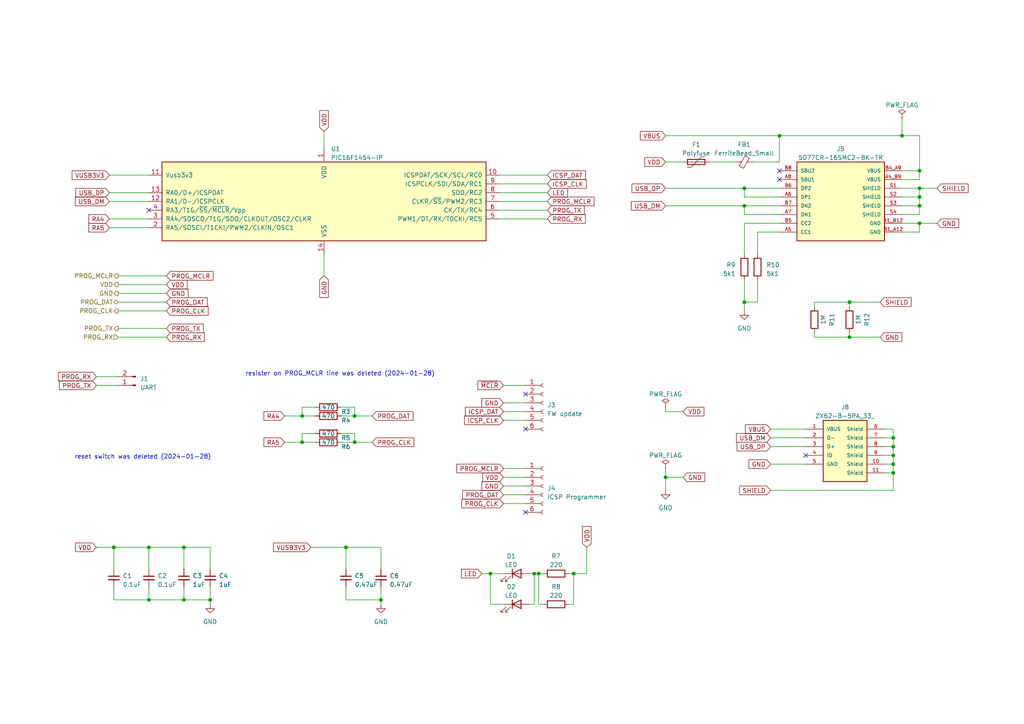
<source format=kicad_sch>
(kicad_sch (version 20230121) (generator eeschema)
  (paper "A4")
  (title_block (title "PIC Programmer 16F1454 (on-board)") (date "2024-01-28"))
  (lib_symbols
    (symbol "Connector:Conn_01x02_Pin" (pin_names (offset 1.016) hide)
      (property "Reference" "J" (at 0 2.54 0))
      (property "Value" "Conn_01x02_Pin" (at 0 -5.08 0))
      (symbol "Conn_01x02_Pin_1_1"
        (polyline (pts (xy 1.27 -2.54) (xy 0.8636 -2.54)) (stroke (width 0.1524)))
        (polyline (pts (xy 1.27 0) (xy 0.8636 0)) (stroke (width 0.1524)))
        (rectangle (start 0.8636 -2.413) (end 0 -2.667) (stroke (width 0.1524)) (fill (type outline)))
        (rectangle (start 0.8636 0.127) (end 0 -0.127) (stroke (width 0.1524)) (fill (type outline)))
        (pin passive line (at 5.08 0 180) (length 3.81) (name "Pin_1") (number "1"))
        (pin passive line (at 5.08 -2.54 180) (length 3.81) (name "Pin_2") (number "2"))
      )
    )
    (symbol "Connector:Conn_01x06_Socket" (pin_names (offset 1.016) hide)
      (property "Reference" "J" (at 0 7.62 0))
      (property "Value" "Conn_01x06_Socket" (at 0 -10.16 0))
      (symbol "Conn_01x06_Socket_1_1"
        (arc (start 0 -7.112) (mid -0.5058 -7.62) (end 0 -8.128) (stroke (width 0.1524)))
        (arc (start 0 -4.572) (mid -0.5058 -5.08) (end 0 -5.588) (stroke (width 0.1524)))
        (arc (start 0 -2.032) (mid -0.5058 -2.54) (end 0 -3.048) (stroke (width 0.1524)))
        (polyline (pts (xy -1.27 -7.62) (xy -0.508 -7.62)) (stroke (width 0.1524)))
        (polyline (pts (xy -1.27 -5.08) (xy -0.508 -5.08)) (stroke (width 0.1524)))
        (polyline (pts (xy -1.27 -2.54) (xy -0.508 -2.54)) (stroke (width 0.1524)))
        (polyline (pts (xy -1.27 0) (xy -0.508 0)) (stroke (width 0.1524)))
        (polyline (pts (xy -1.27 2.54) (xy -0.508 2.54)) (stroke (width 0.1524)))
        (polyline (pts (xy -1.27 5.08) (xy -0.508 5.08)) (stroke (width 0.1524)))
        (arc (start 0 0.508) (mid -0.5058 0) (end 0 -0.508) (stroke (width 0.1524)))
        (arc (start 0 3.048) (mid -0.5058 2.54) (end 0 2.032) (stroke (width 0.1524)))
        (arc (start 0 5.588) (mid -0.5058 5.08) (end 0 4.572) (stroke (width 0.1524)))
        (pin passive line (at -5.08 5.08 0) (length 3.81) (name "Pin_1") (number "1"))
        (pin passive line (at -5.08 2.54 0) (length 3.81) (name "Pin_2") (number "2"))
        (pin passive line (at -5.08 0 0) (length 3.81) (name "Pin_3") (number "3"))
        (pin passive line (at -5.08 -2.54 0) (length 3.81) (name "Pin_4") (number "4"))
        (pin passive line (at -5.08 -5.08 0) (length 3.81) (name "Pin_5") (number "5"))
        (pin passive line (at -5.08 -7.62 0) (length 3.81) (name "Pin_6") (number "6"))
      )
    )
    (symbol "Device:C_Small" (pin_numbers hide) (pin_names (offset 0.254) hide)
      (property "Reference" "C" (at 0.254 1.778 0))
      (property "Value" "C_Small" (at 0.254 -2.032 0))
      (symbol "C_Small_0_1"
        (polyline (pts (xy -1.524 -0.508) (xy 1.524 -0.508)) (stroke (width 0.3302)))
        (polyline (pts (xy -1.524 0.508) (xy 1.524 0.508)) (stroke (width 0.3048)))
      )
      (symbol "C_Small_1_1"
        (pin passive line (at 0 2.54 270) (length 2.032) (name "~") (number "1"))
        (pin passive line (at 0 -2.54 90) (length 2.032) (name "~") (number "2"))
      )
    )
    (symbol "Device:FerriteBead_Small" (pin_numbers hide) (pin_names (offset 0))
      (property "Reference" "FB" (at 1.905 1.27 0))
      (property "Value" "FerriteBead_Small" (at 1.905 -1.27 0))
      (symbol "FerriteBead_Small_0_1"
        (polyline (pts (xy 0 -1.27) (xy 0 -0.7874)))
        (polyline (pts (xy 0 0.889) (xy 0 1.2954)))
        (polyline (pts (xy -1.8288 0.2794) (xy -1.1176 1.4986) (xy 1.8288 -0.2032) (xy 1.1176 -1.4224) (xy -1.8288 0.2794)))
      )
      (symbol "FerriteBead_Small_1_1"
        (pin passive line (at 0 2.54 270) (length 1.27) (name "~") (number "1"))
        (pin passive line (at 0 -2.54 90) (length 1.27) (name "~") (number "2"))
      )
    )
    (symbol "Device:LED" (pin_numbers hide) (pin_names (offset 1.016) hide)
      (property "Reference" "D" (at 0 2.54 0))
      (property "Value" "LED" (at 0 -2.54 0))
      (symbol "LED_0_1"
        (polyline (pts (xy -1.27 -1.27) (xy -1.27 1.27)) (stroke (width 0.254)))
        (polyline (pts (xy -1.27 0) (xy 1.27 0)))
        (polyline (pts (xy 1.27 -1.27) (xy 1.27 1.27) (xy -1.27 0) (xy 1.27 -1.27)) (stroke (width 0.254)))
        (polyline (pts (xy -3.048 -0.762) (xy -4.572 -2.286) (xy -3.81 -2.286) (xy -4.572 -2.286) (xy -4.572 -1.524)))
        (polyline (pts (xy -1.778 -0.762) (xy -3.302 -2.286) (xy -2.54 -2.286) (xy -3.302 -2.286) (xy -3.302 -1.524)))
      )
      (symbol "LED_1_1"
        (pin passive line (at -3.81 0 0) (length 2.54) (name "K") (number "1"))
        (pin passive line (at 3.81 0 180) (length 2.54) (name "A") (number "2"))
      )
    )
    (symbol "Device:Polyfuse" (pin_numbers hide) (pin_names (offset 0))
      (property "Reference" "F" (at -2.54 0 90))
      (property "Value" "Polyfuse" (at 2.54 0 90))
      (symbol "Polyfuse_0_1"
        (rectangle (start -0.762 2.54) (end 0.762 -2.54) (stroke (width 0.254)))
        (polyline (pts (xy 0 2.54) (xy 0 -2.54)))
        (polyline (pts (xy -1.524 2.54) (xy -1.524 1.524) (xy 1.524 -1.524) (xy 1.524 -2.54)))
      )
      (symbol "Polyfuse_1_1"
        (pin passive line (at 0 3.81 270) (length 1.27) (name "~") (number "1"))
        (pin passive line (at 0 -3.81 90) (length 1.27) (name "~") (number "2"))
      )
    )
    (symbol "Device:R" (pin_numbers hide) (pin_names (offset 0))
      (property "Reference" "R" (at 2.032 0 90))
      (property "Value" "R" (at 0 0 90))
      (symbol "R_0_1"
        (rectangle (start -1.016 -2.54) (end 1.016 2.54) (stroke (width 0.254)))
      )
      (symbol "R_1_1"
        (pin passive line (at 0 3.81 270) (length 1.27) (name "~") (number "1"))
        (pin passive line (at 0 -3.81 90) (length 1.27) (name "~") (number "2"))
      )
    )
    (symbol "MCU_Microchip_PIC16:PIC16F1454-IP" (pin_names (offset 1.016))
      (property "Reference" "U" (at -46.99 15.24 0))
      (property "Value" "PIC16F1454-IP" (at -46.99 12.7 0))
      (symbol "PIC16F1454-IP_0_1"
        (rectangle (start -46.99 11.43) (end 46.99 -11.43) (stroke (width 0.254)) (fill (type background)))
      )
      (symbol "PIC16F1454-IP_1_1"
        (pin power_in line (at 0 15.24 270) (length 3.81) (name "VDD") (number "1"))
        (pin bidirectional line (at 50.8 7.62 180) (length 3.81) (name "ICSPDAT/SCK/SCL/RC0") (number "10"))
        (pin bidirectional line (at -50.8 7.62 0) (length 3.81) (name "Vusb3v3") (number "11"))
        (pin bidirectional line (at -50.8 0 0) (length 3.81) (name "RA1/D-/ICSPCLK") (number "12"))
        (pin bidirectional line (at -50.8 2.54 0) (length 3.81) (name "RA0/D+/ICSPDAT") (number "13"))
        (pin power_in line (at 0 -15.24 90) (length 3.81) (name "VSS") (number "14"))
        (pin bidirectional line (at -50.8 -7.62 0) (length 3.81) (name "RA5/SOSCI/T1CKI/PWM2/CLKIN/OSC1") (number "2"))
        (pin bidirectional line (at -50.8 -5.08 0) (length 3.81) (name "RA4/SOSCO/T1G/SDO/CLKOUT/OSC2/CLKR") (number "3"))
        (pin input line (at -50.8 -2.54 0) (length 3.81) (name "RA3/T1G/~{SS}/~{MCLR}/Vpp") (number "4"))
        (pin bidirectional line (at 50.8 -5.08 180) (length 3.81) (name "PWM1/DT/RX/T0CKI/RC5") (number "5"))
        (pin bidirectional line (at 50.8 -2.54 180) (length 3.81) (name "CK/TX/RC4") (number "6"))
        (pin bidirectional line (at 50.8 0 180) (length 3.81) (name "CLKR/~{SS}/PWM2/RC3") (number "7"))
        (pin bidirectional line (at 50.8 2.54 180) (length 3.81) (name "SDO/RC2") (number "8"))
        (pin bidirectional line (at 50.8 5.08 180) (length 3.81) (name "ICSPCLK/SDI/SDA/RC1") (number "9"))
      )
    )
    (symbol "mylib:5077CR-16SMC2-BK-TR" (pin_names (offset 1.016))
      (property "Reference" "J" (at -12.7 10.922 0))
      (property "Value" "5077CR-16SMC2-BK-TR" (at -12.7 -15.24 0))
      (symbol "5077CR-16SMC2-BK-TR_0_0"
        (rectangle (start -12.7 -12.7) (end 12.7 10.16) (stroke (width 0.254)) (fill (type background)))
        (pin power_in line (at 17.78 -7.62 180) (length 5.08) (name "GND") (number "A1_B12"))
        (pin power_in line (at 17.78 5.08 180) (length 5.08) (name "VBUS") (number "A4_B9"))
        (pin passive line (at -17.78 -10.16 0) (length 5.08) (name "CC1") (number "A5"))
        (pin passive line (at -17.78 0 0) (length 5.08) (name "DP1") (number "A6"))
        (pin passive line (at -17.78 -5.08 0) (length 5.08) (name "DN1") (number "A7"))
        (pin passive line (at -17.78 5.08 0) (length 5.08) (name "SBU1") (number "A8"))
        (pin power_in line (at 17.78 -10.16 180) (length 5.08) (name "GND") (number "B1_A12"))
        (pin power_in line (at 17.78 7.62 180) (length 5.08) (name "VBUS") (number "B4_A9"))
        (pin passive line (at -17.78 -7.62 0) (length 5.08) (name "CC2") (number "B5"))
        (pin passive line (at -17.78 2.54 0) (length 5.08) (name "DP2") (number "B6"))
        (pin passive line (at -17.78 -2.54 0) (length 5.08) (name "DN2") (number "B7"))
        (pin passive line (at -17.78 7.62 0) (length 5.08) (name "SBU2") (number "B8"))
        (pin passive line (at 17.78 2.54 180) (length 5.08) (name "SHIELD") (number "S1"))
        (pin passive line (at 17.78 0 180) (length 5.08) (name "SHIELD") (number "S2"))
        (pin passive line (at 17.78 -2.54 180) (length 5.08) (name "SHIELD") (number "S3"))
        (pin passive line (at 17.78 -5.08 180) (length 5.08) (name "SHIELD") (number "S4"))
      )
    )
    (symbol "mylib:ZX62-B-5PA_33_" (pin_names (offset 1.016))
      (property "Reference" "J" (at 19.05 7.62 0))
      (property "Value" "ZX62-B-5PA_33_" (at 19.05 5.08 0))
      (symbol "ZX62-B-5PA_33__0_0"
        (rectangle (start 5.08 2.54) (end 17.78 -15.24) (stroke (width 0.254)) (fill (type background)))
        (pin power_in line (at 0 0 0) (length 5.08) (name "VBUS") (number "1"))
        (pin bidirectional line (at 22.86 -10.16 180) (length 5.08) (name "Shield") (number "10"))
        (pin bidirectional line (at 22.86 -12.7 180) (length 5.08) (name "Shield") (number "11"))
        (pin bidirectional line (at 0 -2.54 0) (length 5.08) (name "D-") (number "2"))
        (pin bidirectional line (at 0 -5.08 0) (length 5.08) (name "D+") (number "3"))
        (pin bidirectional line (at 0 -7.62 0) (length 5.08) (name "ID") (number "4"))
        (pin power_in line (at 0 -10.16 0) (length 5.08) (name "GND") (number "5"))
        (pin bidirectional line (at 22.86 0 180) (length 5.08) (name "Shield") (number "6"))
        (pin bidirectional line (at 22.86 -2.54 180) (length 5.08) (name "Shield") (number "7"))
        (pin bidirectional line (at 22.86 -5.08 180) (length 5.08) (name "Shield") (number "8"))
        (pin bidirectional line (at 22.86 -7.62 180) (length 5.08) (name "Shield") (number "9"))
      )
    )
    (symbol "power:GND" (power) (pin_names (offset 0))
      (property "Value" "GND" (at 0 -3.81 0))
      (symbol "GND_0_1"
        (polyline (pts (xy 0 0) (xy 0 -1.27) (xy 1.27 -1.27) (xy 0 -2.54) (xy -1.27 -1.27) (xy 0 -1.27)))
      )
      (symbol "GND_1_1"
        (pin power_in line (at 0 0 270) (length 0) hide (name "GND") (number "1"))
      )
    )
    (symbol "power:PWR_FLAG" (power) (pin_numbers hide) (pin_names (offset 0) hide)
      (property "Value" "PWR_FLAG" (at 0 3.81 0))
      (symbol "PWR_FLAG_0_0"
        (pin power_out line (at 0 0 90) (length 0) (name "pwr") (number "1"))
      )
      (symbol "PWR_FLAG_0_1"
        (polyline (pts (xy 0 0) (xy 0 1.27) (xy -1.016 1.905) (xy 0 2.54) (xy 1.016 1.905) (xy 0 1.27)))
      )
    )
  )
  (junction (at 100.33 158.75))
  (junction (at 193.04 138.43))
  (junction (at 110.49 173.99))
  (junction (at 266.7 49.53))
  (junction (at 226.06 39.37))
  (junction (at 102.87 120.65))
  (junction (at 53.34 158.75))
  (junction (at 215.9 87.63))
  (junction (at 259.08 129.54))
  (junction (at 266.7 57.15))
  (junction (at 261.62 39.37))
  (junction (at 156.21 166.37))
  (junction (at 43.18 173.99))
  (junction (at 259.08 134.62))
  (junction (at 33.02 158.75))
  (junction (at 87.63 120.65))
  (junction (at 266.7 54.61))
  (junction (at 246.38 87.63))
  (junction (at 142.24 166.37))
  (junction (at 259.08 132.08))
  (junction (at 215.9 59.69))
  (junction (at 215.9 54.61))
  (junction (at 102.87 128.27))
  (junction (at 266.7 64.77))
  (junction (at 259.08 127))
  (junction (at 60.96 173.99))
  (junction (at 154.94 166.37))
  (junction (at 246.38 97.79))
  (junction (at 266.7 59.69))
  (junction (at 166.37 166.37))
  (junction (at 53.34 173.99))
  (junction (at 43.18 158.75))
  (junction (at 259.08 137.16))
  (junction (at 87.63 128.27))
  (no_connect (at 43.18 60.96))
  (no_connect (at 152.4 124.46))
  (no_connect (at 233.68 132.08))
  (no_connect (at 226.06 52.07))
  (no_connect (at 152.4 114.3))
  (no_connect (at 152.4 148.59))
  (no_connect (at 226.06 49.53))
  (wire (pts (xy 99.06 128.27) (xy 102.87 128.27)))
  (wire (pts (xy 91.44 118.11) (xy 87.63 118.11)))
  (wire (pts (xy 87.63 118.11) (xy 87.63 120.65)))
  (wire (pts (xy 259.08 137.16) (xy 259.08 134.62)))
  (wire (pts (xy 261.62 39.37) (xy 266.7 39.37)))
  (wire (pts (xy 99.06 125.73) (xy 102.87 125.73)))
  (wire (pts (xy 246.38 87.63) (xy 255.27 87.63)))
  (wire (pts (xy 266.7 62.23) (xy 266.7 59.69)))
  (wire (pts (xy 102.87 118.11) (xy 102.87 120.65)))
  (wire (pts (xy 158.75 60.96) (xy 144.78 60.96)))
  (wire (pts (xy 266.7 57.15) (xy 266.7 54.61)))
  (wire (pts (xy 53.34 173.99) (xy 60.96 173.99)))
  (wire (pts (xy 193.04 119.38) (xy 198.12 119.38)))
  (wire (pts (xy 170.18 158.75) (xy 170.18 166.37)))
  (wire (pts (xy 100.33 170.18) (xy 100.33 173.99)))
  (wire (pts (xy 193.04 39.37) (xy 226.06 39.37)))
  (wire (pts (xy 100.33 173.99) (xy 110.49 173.99)))
  (wire (pts (xy 31.75 50.8) (xy 43.18 50.8)))
  (wire (pts (xy 261.62 54.61) (xy 266.7 54.61)))
  (wire (pts (xy 166.37 166.37) (xy 165.1 166.37)))
  (wire (pts (xy 261.62 34.29) (xy 261.62 39.37)))
  (wire (pts (xy 157.48 166.37) (xy 156.21 166.37)))
  (wire (pts (xy 223.52 134.62) (xy 233.68 134.62)))
  (wire (pts (xy 27.94 111.76) (xy 34.29 111.76)))
  (wire (pts (xy 215.9 64.77) (xy 215.9 73.66)))
  (wire (pts (xy 53.34 158.75) (xy 43.18 158.75)))
  (wire (pts (xy 43.18 158.75) (xy 43.18 165.1)))
  (wire (pts (xy 158.75 63.5) (xy 144.78 63.5)))
  (wire (pts (xy 146.05 135.89) (xy 152.4 135.89)))
  (wire (pts (xy 193.04 138.43) (xy 193.04 142.24)))
  (wire (pts (xy 158.75 55.88) (xy 144.78 55.88)))
  (wire (pts (xy 165.1 175.26) (xy 166.37 175.26)))
  (wire (pts (xy 158.75 50.8) (xy 144.78 50.8)))
  (wire (pts (xy 110.49 173.99) (xy 110.49 175.26)))
  (wire (pts (xy 236.22 97.79) (xy 246.38 97.79)))
  (wire (pts (xy 166.37 175.26) (xy 166.37 166.37)))
  (wire (pts (xy 156.21 175.26) (xy 156.21 166.37)))
  (wire (pts (xy 31.75 55.88) (xy 43.18 55.88)))
  (wire (pts (xy 43.18 170.18) (xy 43.18 173.99)))
  (wire (pts (xy 256.54 129.54) (xy 259.08 129.54)))
  (wire (pts (xy 261.62 67.31) (xy 266.7 67.31)))
  (wire (pts (xy 91.44 125.73) (xy 87.63 125.73)))
  (wire (pts (xy 82.55 120.65) (xy 87.63 120.65)))
  (wire (pts (xy 110.49 158.75) (xy 110.49 165.1)))
  (wire (pts (xy 48.26 90.17) (xy 34.29 90.17)))
  (wire (pts (xy 158.75 58.42) (xy 144.78 58.42)))
  (wire (pts (xy 146.05 175.26) (xy 142.24 175.26)))
  (wire (pts (xy 193.04 135.89) (xy 193.04 138.43)))
  (wire (pts (xy 146.05 143.51) (xy 152.4 143.51)))
  (wire (pts (xy 261.62 59.69) (xy 266.7 59.69)))
  (wire (pts (xy 246.38 88.9) (xy 246.38 87.63)))
  (wire (pts (xy 236.22 87.63) (xy 236.22 88.9)))
  (wire (pts (xy 53.34 158.75) (xy 53.34 165.1)))
  (wire (pts (xy 60.96 158.75) (xy 53.34 158.75)))
  (wire (pts (xy 31.75 66.04) (xy 43.18 66.04)))
  (wire (pts (xy 236.22 96.52) (xy 236.22 97.79)))
  (wire (pts (xy 193.04 46.99) (xy 198.12 46.99)))
  (wire (pts (xy 215.9 62.23) (xy 215.9 59.69)))
  (wire (pts (xy 261.62 57.15) (xy 266.7 57.15)))
  (wire (pts (xy 146.05 116.84) (xy 152.4 116.84)))
  (wire (pts (xy 93.98 38.1) (xy 93.98 43.18)))
  (wire (pts (xy 223.52 142.24) (xy 259.08 142.24)))
  (wire (pts (xy 256.54 127) (xy 259.08 127)))
  (wire (pts (xy 261.62 64.77) (xy 266.7 64.77)))
  (wire (pts (xy 60.96 158.75) (xy 60.96 165.1)))
  (wire (pts (xy 153.67 175.26) (xy 154.94 175.26)))
  (wire (pts (xy 60.96 173.99) (xy 60.96 175.26)))
  (wire (pts (xy 48.26 82.55) (xy 34.29 82.55)))
  (wire (pts (xy 219.71 87.63) (xy 215.9 87.63)))
  (wire (pts (xy 146.05 119.38) (xy 152.4 119.38)))
  (wire (pts (xy 193.04 138.43) (xy 198.12 138.43)))
  (wire (pts (xy 246.38 97.79) (xy 255.27 97.79)))
  (wire (pts (xy 256.54 137.16) (xy 259.08 137.16)))
  (wire (pts (xy 48.26 87.63) (xy 34.29 87.63)))
  (wire (pts (xy 142.24 166.37) (xy 146.05 166.37)))
  (wire (pts (xy 33.02 170.18) (xy 33.02 173.99)))
  (wire (pts (xy 48.26 80.01) (xy 34.29 80.01)))
  (wire (pts (xy 33.02 158.75) (xy 33.02 165.1)))
  (wire (pts (xy 266.7 59.69) (xy 266.7 57.15)))
  (wire (pts (xy 215.9 81.28) (xy 215.9 87.63)))
  (wire (pts (xy 31.75 58.42) (xy 43.18 58.42)))
  (wire (pts (xy 99.06 118.11) (xy 102.87 118.11)))
  (wire (pts (xy 193.04 59.69) (xy 215.9 59.69)))
  (wire (pts (xy 87.63 125.73) (xy 87.63 128.27)))
  (wire (pts (xy 110.49 170.18) (xy 110.49 173.99)))
  (wire (pts (xy 219.71 73.66) (xy 219.71 67.31)))
  (wire (pts (xy 100.33 158.75) (xy 110.49 158.75)))
  (wire (pts (xy 219.71 67.31) (xy 226.06 67.31)))
  (wire (pts (xy 261.62 62.23) (xy 266.7 62.23)))
  (wire (pts (xy 48.26 85.09) (xy 34.29 85.09)))
  (wire (pts (xy 48.26 97.79) (xy 34.29 97.79)))
  (wire (pts (xy 193.04 54.61) (xy 215.9 54.61)))
  (wire (pts (xy 82.55 128.27) (xy 87.63 128.27)))
  (wire (pts (xy 154.94 166.37) (xy 153.67 166.37)))
  (wire (pts (xy 33.02 173.99) (xy 43.18 173.99)))
  (wire (pts (xy 223.52 124.46) (xy 233.68 124.46)))
  (wire (pts (xy 99.06 120.65) (xy 102.87 120.65)))
  (wire (pts (xy 261.62 49.53) (xy 266.7 49.53)))
  (wire (pts (xy 205.74 46.99) (xy 213.36 46.99)))
  (wire (pts (xy 139.7 166.37) (xy 142.24 166.37)))
  (wire (pts (xy 154.94 166.37) (xy 154.94 175.26)))
  (wire (pts (xy 157.48 175.26) (xy 156.21 175.26)))
  (wire (pts (xy 100.33 158.75) (xy 100.33 165.1)))
  (wire (pts (xy 226.06 46.99) (xy 226.06 39.37)))
  (wire (pts (xy 266.7 49.53) (xy 266.7 52.07)))
  (wire (pts (xy 193.04 118.11) (xy 193.04 119.38)))
  (wire (pts (xy 226.06 62.23) (xy 215.9 62.23)))
  (wire (pts (xy 158.75 53.34) (xy 144.78 53.34)))
  (wire (pts (xy 261.62 52.07) (xy 266.7 52.07)))
  (wire (pts (xy 218.44 46.99) (xy 226.06 46.99)))
  (wire (pts (xy 219.71 81.28) (xy 219.71 87.63)))
  (wire (pts (xy 146.05 146.05) (xy 152.4 146.05)))
  (wire (pts (xy 259.08 124.46) (xy 256.54 124.46)))
  (wire (pts (xy 215.9 57.15) (xy 215.9 54.61)))
  (wire (pts (xy 226.06 57.15) (xy 215.9 57.15)))
  (wire (pts (xy 156.21 166.37) (xy 154.94 166.37)))
  (wire (pts (xy 266.7 67.31) (xy 266.7 64.77)))
  (wire (pts (xy 146.05 138.43) (xy 152.4 138.43)))
  (wire (pts (xy 31.75 63.5) (xy 43.18 63.5)))
  (wire (pts (xy 259.08 134.62) (xy 259.08 132.08)))
  (wire (pts (xy 215.9 54.61) (xy 226.06 54.61)))
  (wire (pts (xy 236.22 87.63) (xy 246.38 87.63)))
  (wire (pts (xy 146.05 111.76) (xy 152.4 111.76)))
  (wire (pts (xy 266.7 64.77) (xy 271.78 64.77)))
  (wire (pts (xy 102.87 120.65) (xy 107.95 120.65)))
  (wire (pts (xy 102.87 128.27) (xy 107.95 128.27)))
  (wire (pts (xy 259.08 142.24) (xy 259.08 137.16)))
  (wire (pts (xy 223.52 127) (xy 233.68 127)))
  (wire (pts (xy 259.08 127) (xy 259.08 124.46)))
  (wire (pts (xy 215.9 59.69) (xy 226.06 59.69)))
  (wire (pts (xy 266.7 39.37) (xy 266.7 49.53)))
  (wire (pts (xy 223.52 129.54) (xy 233.68 129.54)))
  (wire (pts (xy 53.34 170.18) (xy 53.34 173.99)))
  (wire (pts (xy 93.98 80.01) (xy 93.98 73.66)))
  (wire (pts (xy 43.18 173.99) (xy 53.34 173.99)))
  (wire (pts (xy 146.05 140.97) (xy 152.4 140.97)))
  (wire (pts (xy 87.63 120.65) (xy 91.44 120.65)))
  (wire (pts (xy 256.54 132.08) (xy 259.08 132.08)))
  (wire (pts (xy 226.06 64.77) (xy 215.9 64.77)))
  (wire (pts (xy 246.38 96.52) (xy 246.38 97.79)))
  (wire (pts (xy 33.02 158.75) (xy 27.94 158.75)))
  (wire (pts (xy 256.54 134.62) (xy 259.08 134.62)))
  (wire (pts (xy 60.96 170.18) (xy 60.96 173.99)))
  (wire (pts (xy 170.18 166.37) (xy 166.37 166.37)))
  (wire (pts (xy 259.08 132.08) (xy 259.08 129.54)))
  (wire (pts (xy 146.05 121.92) (xy 152.4 121.92)))
  (wire (pts (xy 90.17 158.75) (xy 100.33 158.75)))
  (wire (pts (xy 102.87 125.73) (xy 102.87 128.27)))
  (wire (pts (xy 266.7 54.61) (xy 271.78 54.61)))
  (wire (pts (xy 87.63 128.27) (xy 91.44 128.27)))
  (wire (pts (xy 48.26 95.25) (xy 34.29 95.25)))
  (wire (pts (xy 259.08 129.54) (xy 259.08 127)))
  (wire (pts (xy 27.94 109.22) (xy 34.29 109.22)))
  (wire (pts (xy 226.06 39.37) (xy 261.62 39.37)))
  (wire (pts (xy 215.9 87.63) (xy 215.9 90.17)))
  (wire (pts (xy 43.18 158.75) (xy 33.02 158.75)))
  (wire (pts (xy 142.24 175.26) (xy 142.24 166.37)))
  (text "reset switch was deleted (2024-01-28)" (at 21.59 133.35 0) (effects (font (size 1.27 1.27)) (justify left bottom)))
  (text "resister on PROG_MCLR line was deleted (2024-01-28)" (at 71.12 109.22 0) (effects (font (size 1.27 1.27)) (justify left bottom)))
  (global_label "LED" (shape input) (at 139.7 166.37 180) (property "Intersheetrefs" "${INTERSHEET_REFS}" (effects hide)))
  (global_label "VDD" (shape input) (at 48.26 82.55 0) (property "Intersheetrefs" "${INTERSHEET_REFS}" (effects hide)))
  (global_label "RA4" (shape input) (at 31.75 63.5 180) (property "Intersheetrefs" "${INTERSHEET_REFS}" (effects hide)))
  (global_label "PROG_MCLR" (shape input) (at 146.05 135.89 180) (property "Intersheetrefs" "${INTERSHEET_REFS}" (effects hide)))
  (global_label "PROG_TX" (shape input) (at 158.75 60.96 0) (property "Intersheetrefs" "${INTERSHEET_REFS}" (effects hide)))
  (global_label "USB_DP" (shape input) (at 193.04 54.61 180) (property "Intersheetrefs" "${INTERSHEET_REFS}" (effects hide)))
  (global_label "GND" (shape input) (at 198.12 138.43 0) (property "Intersheetrefs" "${INTERSHEET_REFS}" (effects hide)))
  (global_label "PROG_TX" (shape input) (at 27.94 111.76 180) (property "Intersheetrefs" "${INTERSHEET_REFS}" (effects hide)))
  (global_label "VDD" (shape input) (at 27.94 158.75 180) (property "Intersheetrefs" "${INTERSHEET_REFS}" (effects hide)))
  (global_label "ICSP_DAT" (shape input) (at 146.05 119.38 180) (property "Intersheetrefs" "${INTERSHEET_REFS}" (effects hide)))
  (global_label "GND" (shape input) (at 146.05 116.84 180) (property "Intersheetrefs" "${INTERSHEET_REFS}" (effects hide)))
  (global_label "PROG_CLK" (shape input) (at 48.26 90.17 0) (property "Intersheetrefs" "${INTERSHEET_REFS}" (effects hide)))
  (global_label "RA5" (shape input) (at 31.75 66.04 180) (property "Intersheetrefs" "${INTERSHEET_REFS}" (effects hide)))
  (global_label "PROG_RX" (shape input) (at 27.94 109.22 180) (property "Intersheetrefs" "${INTERSHEET_REFS}" (effects hide)))
  (global_label "USB_DP" (shape input) (at 31.75 55.88 180) (property "Intersheetrefs" "${INTERSHEET_REFS}" (effects hide)))
  (global_label "PROG_CLK" (shape input) (at 107.95 128.27 0) (property "Intersheetrefs" "${INTERSHEET_REFS}" (effects hide)))
  (global_label "USB_DM" (shape input) (at 193.04 59.69 180) (property "Intersheetrefs" "${INTERSHEET_REFS}" (effects hide)))
  (global_label "USB_DP" (shape input) (at 223.52 129.54 180) (property "Intersheetrefs" "${INTERSHEET_REFS}" (effects hide)))
  (global_label "GND" (shape input) (at 223.52 134.62 180) (property "Intersheetrefs" "${INTERSHEET_REFS}" (effects hide)))
  (global_label "GND" (shape input) (at 255.27 97.79 0) (property "Intersheetrefs" "${INTERSHEET_REFS}" (effects hide)))
  (global_label "SHIELD" (shape input) (at 271.78 54.61 0) (property "Intersheetrefs" "${INTERSHEET_REFS}" (effects hide)))
  (global_label "VUSB3V3" (shape input) (at 90.17 158.75 180) (property "Intersheetrefs" "${INTERSHEET_REFS}" (effects hide)))
  (global_label "PROG_DAT" (shape input) (at 48.26 87.63 0) (property "Intersheetrefs" "${INTERSHEET_REFS}" (effects hide)))
  (global_label "RA4" (shape input) (at 82.55 120.65 180) (property "Intersheetrefs" "${INTERSHEET_REFS}" (effects hide)))
  (global_label "VDD" (shape input) (at 198.12 119.38 0) (property "Intersheetrefs" "${INTERSHEET_REFS}" (effects hide)))
  (global_label "GND" (shape input) (at 271.78 64.77 0) (property "Intersheetrefs" "${INTERSHEET_REFS}" (effects hide)))
  (global_label "ICSP_CLK" (shape input) (at 146.05 121.92 180) (property "Intersheetrefs" "${INTERSHEET_REFS}" (effects hide)))
  (global_label "SHIELD" (shape input) (at 223.52 142.24 180) (property "Intersheetrefs" "${INTERSHEET_REFS}" (effects hide)))
  (global_label "PROG_TX" (shape input) (at 48.26 95.25 0) (property "Intersheetrefs" "${INTERSHEET_REFS}" (effects hide)))
  (global_label "PROG_CLK" (shape input) (at 146.05 146.05 180) (property "Intersheetrefs" "${INTERSHEET_REFS}" (effects hide)))
  (global_label "ICSP_CLK" (shape input) (at 158.75 53.34 0) (property "Intersheetrefs" "${INTERSHEET_REFS}" (effects hide)))
  (global_label "~{MCLR}" (shape input) (at 146.05 111.76 180) (property "Intersheetrefs" "${INTERSHEET_REFS}" (effects hide)))
  (global_label "GND" (shape input) (at 93.98 80.01 270) (property "Intersheetrefs" "${INTERSHEET_REFS}" (effects hide)))
  (global_label "USB_DM" (shape input) (at 31.75 58.42 180) (property "Intersheetrefs" "${INTERSHEET_REFS}" (effects hide)))
  (global_label "PROG_MCLR" (shape input) (at 158.75 58.42 0) (property "Intersheetrefs" "${INTERSHEET_REFS}" (effects hide)))
  (global_label "GND" (shape input) (at 48.26 85.09 0) (property "Intersheetrefs" "${INTERSHEET_REFS}" (effects hide)))
  (global_label "PROG_DAT" (shape input) (at 107.95 120.65 0) (property "Intersheetrefs" "${INTERSHEET_REFS}" (effects hide)))
  (global_label "VDD" (shape input) (at 193.04 46.99 180) (property "Intersheetrefs" "${INTERSHEET_REFS}" (effects hide)))
  (global_label "PROG_RX" (shape input) (at 158.75 63.5 0) (property "Intersheetrefs" "${INTERSHEET_REFS}" (effects hide)))
  (global_label "VBUS" (shape input) (at 223.52 124.46 180) (property "Intersheetrefs" "${INTERSHEET_REFS}" (effects hide)))
  (global_label "SHIELD" (shape input) (at 255.27 87.63 0) (property "Intersheetrefs" "${INTERSHEET_REFS}" (effects hide)))
  (global_label "USB_DM" (shape input) (at 223.52 127 180) (property "Intersheetrefs" "${INTERSHEET_REFS}" (effects hide)))
  (global_label "PROG_DAT" (shape input) (at 146.05 143.51 180) (property "Intersheetrefs" "${INTERSHEET_REFS}" (effects hide)))
  (global_label "RA5" (shape input) (at 82.55 128.27 180) (property "Intersheetrefs" "${INTERSHEET_REFS}" (effects hide)))
  (global_label "VBUS" (shape input) (at 193.04 39.37 180) (property "Intersheetrefs" "${INTERSHEET_REFS}" (effects hide)))
  (global_label "VDD" (shape input) (at 170.18 158.75 90) (property "Intersheetrefs" "${INTERSHEET_REFS}" (effects hide)))
  (global_label "PROG_RX" (shape input) (at 48.26 97.79 0) (property "Intersheetrefs" "${INTERSHEET_REFS}" (effects hide)))
  (global_label "GND" (shape input) (at 146.05 140.97 180) (property "Intersheetrefs" "${INTERSHEET_REFS}" (effects hide)))
  (global_label "VUSB3V3" (shape input) (at 31.75 50.8 180) (property "Intersheetrefs" "${INTERSHEET_REFS}" (effects hide)))
  (global_label "VDD" (shape input) (at 93.98 38.1 90) (property "Intersheetrefs" "${INTERSHEET_REFS}" (effects hide)))
  (global_label "LED" (shape input) (at 158.75 55.88 0) (property "Intersheetrefs" "${INTERSHEET_REFS}" (effects hide)))
  (global_label "ICSP_DAT" (shape input) (at 158.75 50.8 0) (property "Intersheetrefs" "${INTERSHEET_REFS}" (effects hide)))
  (global_label "VDD" (shape input) (at 146.05 138.43 180) (property "Intersheetrefs" "${INTERSHEET_REFS}" (effects hide)))
  (global_label "PROG_MCLR" (shape input) (at 48.26 80.01 0) (property "Intersheetrefs" "${INTERSHEET_REFS}" (effects hide)))
  (hierarchical_label "PROG_MCLR" (shape output) (at 34.29 80.01 180))
  (hierarchical_label "VDD" (shape output) (at 34.29 82.55 180))
  (hierarchical_label "GND" (shape output) (at 34.29 85.09 180))
  (hierarchical_label "PROG_TX" (shape output) (at 34.29 95.25 180))
  (hierarchical_label "PROG_CLK" (shape output) (at 34.29 90.17 180))
  (hierarchical_label "PROG_RX" (shape input) (at 34.29 97.79 180))
  (hierarchical_label "PROG_DAT" (shape bidirectional) (at 34.29 87.63 180))
  (symbol (lib_id "Connector:Conn_01x06_Socket") (at 157.48 140.97 0) (unit 1)
    (property "Reference" "J4" (at 158.75 141.605 0) (effects (justify left)))
    (property "Value" "ICSP Programmer" (at 158.75 144.145 0) (effects (justify left)))
    (property "Footprint" "Connector_PinHeader_2.54mm:PinHeader_1x06_P2.54mm_Horizontal" (effects hide))
  )
  (symbol (lib_id "power:PWR_FLAG") (at 193.04 118.11 0) (unit 1)
    (property "Reference" "#FLG01" (effects hide))
    (property "Value" "PWR_FLAG" (at 193.04 114.3 0))
  )
  (symbol (lib_id "Device:C_Small") (at 100.33 167.64 0) (unit 1)
    (property "Reference" "C5" (at 102.87 167.0113 0) (effects (justify left)))
    (property "Value" "0.47uF" (at 102.87 169.5513 0) (effects (justify left)))
    (property "Footprint" "Capacitor_SMD:C_0603_1608Metric_Pad1.08x0.95mm_HandSolder" (effects hide))
  )
  (symbol (lib_id "Device:R") (at 95.25 120.65 90) (unit 1)
    (property "Reference" "R4" (at 100.33 121.92 90))
    (property "Value" "470" (at 95.25 120.65 90))
    (property "Footprint" "Resistor_SMD:R_0603_1608Metric_Pad0.98x0.95mm_HandSolder" (effects hide))
  )
  (symbol (lib_id "Device:R") (at 219.71 77.47 0) (unit 1)
    (property "Reference" "R10" (at 222.25 76.835 0) (effects (justify left)))
    (property "Value" "5k1" (at 222.25 79.375 0) (effects (justify left)))
    (property "Footprint" "Resistor_THT:R_Axial_DIN0204_L3.6mm_D1.6mm_P7.62mm_Horizontal" (effects hide))
  )
  (symbol (lib_id "Device:R") (at 215.9 77.47 0) (mirror y) (unit 1)
    (property "Reference" "R9" (at 213.36 76.835 0) (effects (justify left)))
    (property "Value" "5k1" (at 213.36 79.375 0) (effects (justify left)))
    (property "Footprint" "Resistor_THT:R_Axial_DIN0204_L3.6mm_D1.6mm_P7.62mm_Horizontal" (effects hide))
  )
  (symbol (lib_id "MCU_Microchip_PIC16:PIC16F1454-IP") (at 93.98 58.42 0) (unit 1)
    (property "Reference" "U1" (at 95.9359 43.18 0) (effects (justify left)))
    (property "Value" "PIC16F1454-IP" (at 95.9359 45.72 0) (effects (justify left)))
    (property "Footprint" "Package_DIP:DIP-14_W7.62mm_Socket" (effects hide))
    (property "Datasheet" "http://ww1.microchip.com/downloads/en/DeviceDoc/41639A.pdf" (effects hide))
  )
  (symbol (lib_id "mylib:ZX62-B-5PA_33_") (at 233.68 124.46 0) (unit 1)
    (property "Reference" "J8" (at 245.11 118.11 0))
    (property "Value" "ZX62-B-5PA_33_" (at 245.11 120.65 0))
    (property "Footprint" "library:ZX62B5PA33" (effects hide))
    (property "MANUFACTURER_NAME" "Hirose" (effects hide))
    (property "MF" "Hirose Electric Co Ltd" (effects hide))
    (property "MOUSER_PRICE-STOCK" "https://www.mouser.com/Search/Refine.aspx?Keyword=798-ZX62-B-5PA33" (effects hide))
    (property "DESCRIPTION" "USB Connectors MICRO B RECEPT RA SMT BTTM MNT" (effects hide))
    (property "MOUSER_PART_NUMBER" "798-ZX62-B-5PA33" (effects hide))
    (property "Price" "None" (effects hide))
    (property "Package" "None" (effects hide))
    (property "Check_prices" "https://www.snapeda.com/parts/ZX62-B-5PA(33)/Hirose/view-part/?ref=eda" (effects hide))
    (property "HEIGHT" "2.8mm" (effects hide))
    (property "SnapEDA_Link" "https://www.snapeda.com/parts/ZX62-B-5PA(33)/Hirose/view-part/?ref=snap" (effects hide))
    (property "MP" "ZX62-B-5PA(33)" (effects hide))
    (property "Purchase-URL" "https://www.snapeda.com/api/url_track_click_mouser/?unipart_id=12289174&manufacturer=Hirose Electric Co Ltd&part_name=ZX62-B-5PA(33)&search_term=None" (effects hide))
    (property "Description" "\nUSB - micro B USB 2.0 Receptacle Connector 5 Position Surface Mount, Right Angle\n" (effects hide))
    (property "Availability" "In Stock" (effects hide))
    (property "MANUFACTURER_PART_NUMBER" "ZX62-B-5PA(33)" (effects hide))
  )
  (symbol (lib_id "Device:R") (at 95.25 128.27 90) (unit 1)
    (property "Reference" "R6" (at 100.33 129.54 90))
    (property "Value" "470" (at 95.25 128.27 90))
    (property "Footprint" "Resistor_SMD:R_0603_1608Metric_Pad0.98x0.95mm_HandSolder" (effects hide))
  )
  (symbol (lib_id "Device:C_Small") (at 33.02 167.64 0) (unit 1)
    (property "Reference" "C1" (at 35.56 167.0113 0) (effects (justify left)))
    (property "Value" "0.1uF" (at 35.56 169.5513 0) (effects (justify left)))
    (property "Footprint" "Capacitor_SMD:C_0603_1608Metric_Pad1.08x0.95mm_HandSolder" (effects hide))
  )
  (symbol (lib_id "Device:FerriteBead_Small") (at 215.9 46.99 90) (unit 1)
    (property "Reference" "FB1" (at 215.8619 41.91 90))
    (property "Value" "FerriteBead_Small" (at 215.8619 44.45 90))
    (property "Footprint" "Resistor_THT:R_Axial_DIN0207_L6.3mm_D2.5mm_P10.16mm_Horizontal" (effects hide))
  )
  (symbol (lib_id "power:GND") (at 215.9 90.17 0) (unit 1)
    (property "Reference" "#PWR05" (effects hide))
    (property "Value" "GND" (at 215.9 95.25 0))
  )
  (symbol (lib_id "mylib:5077CR-16SMC2-BK-TR") (at 243.84 57.15 0) (unit 1)
    (property "Reference" "J5" (at 243.84 43.18 0))
    (property "Value" "5077CR-16SMC2-BK-TR" (at 243.84 45.72 0))
    (property "Footprint" "library:NELTRON_5077CR-16SMC2-BK-TR" (effects hide))
    (property "MF" "Neltron" (effects hide))
    (property "MAXIMUM_PACKAGE_HEIGHT" "3.26mm" (effects hide))
    (property "Package" "Package" (effects hide))
    (property "Price" "None" (effects hide))
    (property "Check_prices" "https://www.snapeda.com/parts/5077CR-16SMC2-BK-TR/Neltron/view-part/?ref=eda" (effects hide))
    (property "STANDARD" "Manufacturer Recommendations" (effects hide))
    (property "PARTREV" "B" (effects hide))
    (property "SnapEDA_Link" "https://www.snapeda.com/parts/5077CR-16SMC2-BK-TR/Neltron/view-part/?ref=snap" (effects hide))
    (property "MP" "5077CR-16SMC2-BK-TR" (effects hide))
    (property "Description" "\nUSB 3.1 C Type Female with Peg\n" (effects hide))
    (property "MANUFACTURER" "Neltron" (effects hide))
    (property "Availability" "Not in stock" (effects hide))
    (property "SNAPEDA_PN" "5077CR-16SMC2-BK-TR" (effects hide))
  )
  (symbol (lib_id "Connector:Conn_01x06_Socket") (at 157.48 116.84 0) (unit 1)
    (property "Reference" "J3" (at 158.75 117.475 0) (effects (justify left)))
    (property "Value" "FW update" (at 158.75 120.015 0) (effects (justify left)))
    (property "Footprint" "Connector_PinHeader_2.54mm:PinHeader_1x06_P2.54mm_Horizontal" (effects hide))
  )
  (symbol (lib_id "Device:R") (at 161.29 175.26 90) (unit 1)
    (property "Reference" "R8" (at 161.29 170.18 90))
    (property "Value" "220" (at 161.29 172.72 90))
    (property "Footprint" "Resistor_SMD:R_0603_1608Metric_Pad0.98x0.95mm_HandSolder" (effects hide))
  )
  (symbol (lib_id "Connector:Conn_01x02_Pin") (at 39.37 111.76 180) (unit 1)
    (property "Reference" "J1" (at 40.64 109.855 0) (effects (justify right)))
    (property "Value" "UART" (at 40.64 112.395 0) (effects (justify right)))
    (property "Footprint" "Connector_PinHeader_2.54mm:PinHeader_1x02_P2.54mm_Horizontal" (effects hide))
  )
  (symbol (lib_id "power:PWR_FLAG") (at 193.04 135.89 0) (unit 1)
    (property "Reference" "#FLG02" (effects hide))
    (property "Value" "PWR_FLAG" (at 193.04 132.08 0))
  )
  (symbol (lib_id "power:GND") (at 60.96 175.26 0) (mirror y) (unit 1)
    (property "Reference" "#PWR02" (effects hide))
    (property "Value" "GND" (at 60.96 180.34 0))
  )
  (symbol (lib_id "power:GND") (at 193.04 142.24 0) (unit 1)
    (property "Reference" "#PWR04" (effects hide))
    (property "Value" "GND" (at 193.04 147.32 0))
  )
  (symbol (lib_id "Device:R") (at 95.25 118.11 90) (unit 1)
    (property "Reference" "R3" (at 100.33 119.38 90))
    (property "Value" "470" (at 95.25 118.11 90))
    (property "Footprint" "Resistor_THT:R_Axial_DIN0204_L3.6mm_D1.6mm_P7.62mm_Horizontal" (effects hide))
  )
  (symbol (lib_id "Device:R") (at 246.38 92.71 0) (unit 1)
    (property "Reference" "R12" (at 251.46 92.71 90))
    (property "Value" "1M" (at 248.92 92.71 90))
    (property "Footprint" "Resistor_THT:R_Axial_DIN0204_L3.6mm_D1.6mm_P7.62mm_Horizontal" (effects hide))
  )
  (symbol (lib_id "Device:Polyfuse") (at 201.93 46.99 90) (unit 1)
    (property "Reference" "F1" (at 201.93 41.91 90))
    (property "Value" "Polyfuse" (at 201.93 44.45 90))
    (property "Footprint" "Capacitor_THT:C_Disc_D5.0mm_W2.5mm_P5.00mm" (effects hide))
  )
  (symbol (lib_id "Device:C_Small") (at 53.34 167.64 0) (unit 1)
    (property "Reference" "C3" (at 55.88 167.0113 0) (effects (justify left)))
    (property "Value" "1uF" (at 55.88 169.5513 0) (effects (justify left)))
    (property "Footprint" "Capacitor_SMD:C_0603_1608Metric_Pad1.08x0.95mm_HandSolder" (effects hide))
  )
  (symbol (lib_id "Device:LED") (at 149.86 175.26 0) (unit 1)
    (property "Reference" "D2" (at 148.2725 170.18 0))
    (property "Value" "LED" (at 148.2725 172.72 0))
    (property "Footprint" "LED_THT:LED_D5.0mm" (effects hide))
  )
  (symbol (lib_id "Device:R") (at 161.29 166.37 90) (unit 1)
    (property "Reference" "R7" (at 161.29 161.29 90))
    (property "Value" "220" (at 161.29 163.83 90))
    (property "Footprint" "Resistor_THT:R_Axial_DIN0204_L3.6mm_D1.6mm_P7.62mm_Horizontal" (effects hide))
  )
  (symbol (lib_id "Device:LED") (at 149.86 166.37 0) (unit 1)
    (property "Reference" "D1" (at 148.2725 161.29 0))
    (property "Value" "LED" (at 148.2725 163.83 0))
    (property "Footprint" "LED_SMD:LED_0805_2012Metric_Pad1.15x1.40mm_HandSolder" (effects hide))
  )
  (symbol (lib_id "Device:C_Small") (at 43.18 167.64 0) (unit 1)
    (property "Reference" "C2" (at 45.72 167.0113 0) (effects (justify left)))
    (property "Value" "0.1uF" (at 45.72 169.5513 0) (effects (justify left)))
    (property "Footprint" "Capacitor_THT:C_Disc_D4.3mm_W1.9mm_P5.00mm" (effects hide))
  )
  (symbol (lib_id "power:GND") (at 110.49 175.26 0) (unit 1)
    (property "Reference" "#PWR03" (effects hide))
    (property "Value" "GND" (at 110.49 180.34 0))
  )
  (symbol (lib_id "Device:C_Small") (at 110.49 167.64 0) (unit 1)
    (property "Reference" "C6" (at 113.03 167.0113 0) (effects (justify left)))
    (property "Value" "0.47uF" (at 113.03 169.5513 0) (effects (justify left)))
    (property "Footprint" "Capacitor_THT:C_Disc_D4.3mm_W1.9mm_P5.00mm" (effects hide))
  )
  (symbol (lib_id "Device:C_Small") (at 60.96 167.64 0) (unit 1)
    (property "Reference" "C4" (at 63.5 167.0113 0) (effects (justify left)))
    (property "Value" "1uF" (at 63.5 169.5513 0) (effects (justify left)))
    (property "Footprint" "Capacitor_THT:C_Disc_D4.3mm_W1.9mm_P5.00mm" (effects hide))
  )
  (symbol (lib_id "Device:R") (at 236.22 92.71 0) (unit 1)
    (property "Reference" "R11" (at 241.3 92.71 90))
    (property "Value" "1M" (at 238.76 92.71 90))
    (property "Footprint" "Resistor_SMD:R_0603_1608Metric_Pad0.98x0.95mm_HandSolder" (effects hide))
  )
  (symbol (lib_id "Device:R") (at 95.25 125.73 90) (unit 1)
    (property "Reference" "R5" (at 100.33 127 90))
    (property "Value" "470" (at 95.25 125.73 90))
    (property "Footprint" "Resistor_THT:R_Axial_DIN0204_L3.6mm_D1.6mm_P7.62mm_Horizontal" (effects hide))
  )
  (symbol (lib_id "power:PWR_FLAG") (at 261.62 34.29 0) (unit 1)
    (property "Reference" "#FLG03" (effects hide))
    (property "Value" "PWR_FLAG" (at 261.62 30.48 0))
  )
)
</source>
